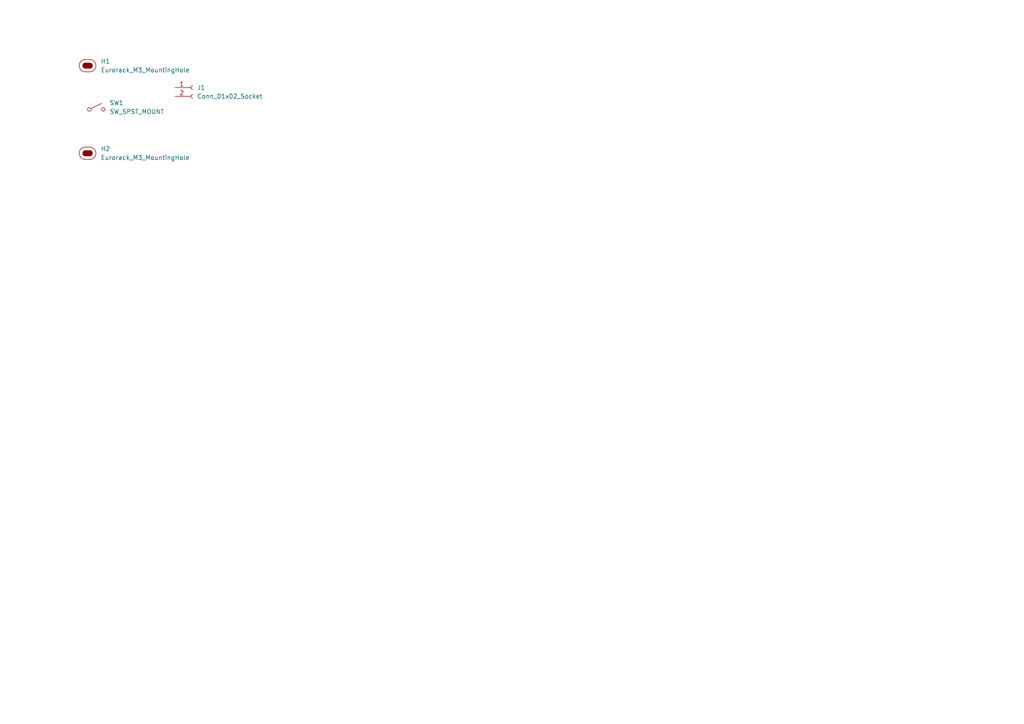
<source format=kicad_sch>
(kicad_sch (version 20231120) (generator "eeschema") (generator_version "8.0")
  (paper "A4")
  (lib_symbols
    (symbol "Connector:Conn_01x02_Socket" (pin_names (offset 1.016) hide)
      (property "Reference" "J" (at 0 2.54 0))
      (property "Value" "Conn_01x02_Socket" (at 0 -5.08 0))
      (symbol "Conn_01x02_Socket_1_1"
        (arc (start 0 -2.032) (mid -0.5058 -2.54) (end 0 -3.048) (stroke (width 0.1524)))
        (polyline (pts (xy -1.27 -2.54) (xy -0.508 -2.54)) (stroke (width 0.1524)))
        (polyline (pts (xy -1.27 0) (xy -0.508 0)) (stroke (width 0.1524)))
        (arc (start 0 0.508) (mid -0.5058 0) (end 0 -0.508) (stroke (width 0.1524)))
        (pin passive line (at -5.08 0 0) (length 3.81) (name "Pin_1") (number "1"))
        (pin passive line (at -5.08 -2.54 0) (length 3.81) (name "Pin_2") (number "2"))
      )
    )
    (symbol "EXC:Eurorack_M3_MountingHole" (pin_names (offset 1.016)) (exclude_from_sim yes) (in_bom no)
      (property "Reference" "H" (at 0 5.08 0))
      (property "Value" "Eurorack_M3_MountingHole" (at 0 3.175 0))
      (symbol "Eurorack_M3_MountingHole_0_1"
        (circle (center -0.635 0) (radius 0.762) (fill (type outline)))
        (arc (start -0.635 0.762) (mid -1.397 0) (end -0.635 -0.762))
        (arc (start -0.635 1.778) (mid -2.413 0) (end -0.635 -1.778))
        (polyline (pts (xy -0.635 -1.778) (xy 0.635 -1.778)))
        (polyline (pts (xy -0.635 -0.762) (xy 0.635 -0.762)))
        (polyline (pts (xy -0.635 0.762) (xy 0.635 0.762)))
        (polyline (pts (xy 0.635 1.778) (xy -0.635 1.778)))
        (circle (center 0 0) (radius 0.762) (fill (type outline)))
        (arc (start 0.6141 -1.778) (mid 2.4131 0) (end 0.6141 1.778))
        (arc (start 0.6227 -0.762) (mid 1.3971 0) (end 0.6227 0.762))
        (circle (center 0.635 0) (radius 0.762) (fill (type outline)))
      )
    )
    (symbol "EXC:SW_SPST-Cherry_Panel_Mount" (pin_names (offset 0) hide)
      (property "Reference" "SW" (at 0 3.175 0))
      (property "Value" "SW_SPST_MOUNT" (at 0 -2.032 0))
      (symbol "SW_SPST-Cherry_Panel_Mount_0_0"
        (circle (center -2.032 0) (radius 0.508))
        (polyline (pts (xy -1.524 0.254) (xy 1.524 1.778)))
        (circle (center 2.032 0) (radius 0.508))
      )
    )
  )
  (symbol (lib_id "EXC:SW_SPST-Cherry_Panel_Mount") (at 27.94 31.75 0) (unit 1)
    (property "Reference" "SW1" (at 31.75 29.8449 0) (effects (justify left)))
    (property "Value" "SW_SPST_MOUNT" (at 31.75 32.3849 0) (effects (justify left)))
    (property "Footprint" "EXC:SW_Cherry_MX_1.00u_Mount" (effects (hide yes)))
    (property "Datasheet" "https://hirosarts.com/blog/keycap-dimensions-guide-for-beginners/" (effects (hide yes)))
    (property "Description" "Single Pole Single Throw (SPST) panel-mount switch" (effects (hide yes)))
    (property "Source" "https://www.adafruit.com/product/4954" (effects (hide yes)))
  )
  (symbol (lib_id "EXC:Eurorack_M3_MountingHole") (at 25.4 44.45 0) (unit 1) (exclude_from_sim yes) (in_bom no)
    (property "Reference" "H2" (at 29.21 43.1799 0) (effects (justify left)))
    (property "Value" "Eurorack_M3_MountingHole" (at 29.21 45.7199 0) (effects (justify left)))
    (property "Footprint" "EXC:MountingHole_3.2mm_M3" (effects (hide yes)))
    (property "Description" "Mounting Hole without connection" (effects (hide yes)))
  )
  (symbol (lib_id "EXC:Eurorack_M3_MountingHole") (at 25.4 19.05 0) (unit 1) (exclude_from_sim yes) (in_bom no)
    (property "Reference" "H1" (at 29.21 17.7799 0) (effects (justify left)))
    (property "Value" "Eurorack_M3_MountingHole" (at 29.21 20.3199 0) (effects (justify left)))
    (property "Footprint" "EXC:MountingHole_3.2mm_M3" (effects (hide yes)))
    (property "Description" "Mounting Hole without connection" (effects (hide yes)))
  )
  (symbol (lib_id "Connector:Conn_01x02_Socket") (at 55.88 25.4 0) (unit 1)
    (property "Reference" "J1" (at 57.15 25.3999 0) (effects (justify left)))
    (property "Value" "Conn_01x02_Socket" (at 57.15 27.9399 0) (effects (justify left)))
    (property "Footprint" "Connector_PinSocket_2.54mm:PinSocket_1x02_P2.54mm_Vertical" (effects (hide yes)))
    (property "Description" "Generic connector, single row, 01x02, script generated" (effects (hide yes)))
  )
)
</source>
